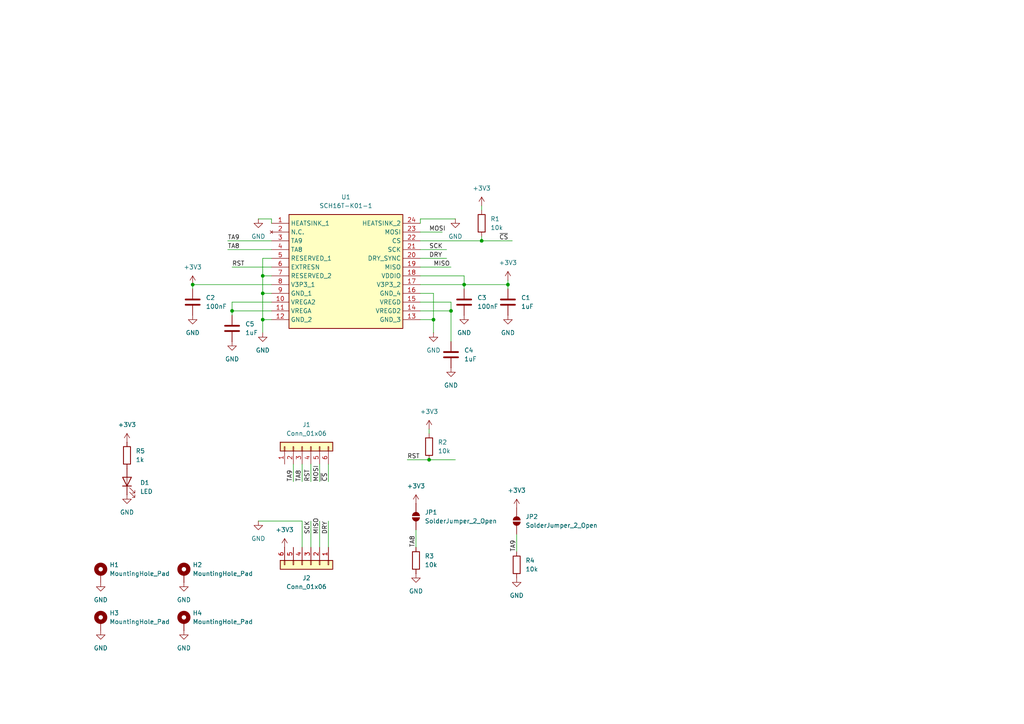
<source format=kicad_sch>
(kicad_sch (version 20250114) (generator "eeschema") (generator_version "9.0")
  (paper "A4")
  (lib_symbols
    (symbol "Connector_Generic:Conn_01x06" (pin_names (offset 1.016) (hide yes))
      (property "Reference" "J" (at 0 7.62 0))
      (property "Value" "Conn_01x06" (at 0 -10.16 0))
      (symbol "Conn_01x06_1_1"
        (rectangle (start -1.27 6.35) (end 1.27 -8.89) (stroke (width 0.254)) (fill (type background)))
        (rectangle (start -1.27 5.207) (end 0 4.953) (stroke (width 0.1524)))
        (rectangle (start -1.27 2.667) (end 0 2.413) (stroke (width 0.1524)))
        (rectangle (start -1.27 0.127) (end 0 -0.127) (stroke (width 0.1524)))
        (rectangle (start -1.27 -2.413) (end 0 -2.667) (stroke (width 0.1524)))
        (rectangle (start -1.27 -4.953) (end 0 -5.207) (stroke (width 0.1524)))
        (rectangle (start -1.27 -7.493) (end 0 -7.747) (stroke (width 0.1524)))
        (pin passive line (at -5.08 5.08 0) (length 3.81) (name "Pin_1") (number "1"))
        (pin passive line (at -5.08 2.54 0) (length 3.81) (name "Pin_2") (number "2"))
        (pin passive line (at -5.08 0 0) (length 3.81) (name "Pin_3") (number "3"))
        (pin passive line (at -5.08 -2.54 0) (length 3.81) (name "Pin_4") (number "4"))
        (pin passive line (at -5.08 -5.08 0) (length 3.81) (name "Pin_5") (number "5"))
        (pin passive line (at -5.08 -7.62 0) (length 3.81) (name "Pin_6") (number "6"))
      )
    )
    (symbol "Device:C" (pin_numbers (hide yes)) (pin_names (offset 0.254))
      (property "Reference" "C" (at 0.635 2.54 0))
      (property "Value" "C" (at 0.635 -2.54 0))
      (symbol "C_0_1"
        (polyline (pts (xy -2.032 0.762) (xy 2.032 0.762)) (stroke (width 0.508)))
        (polyline (pts (xy -2.032 -0.762) (xy 2.032 -0.762)) (stroke (width 0.508)))
      )
      (symbol "C_1_1"
        (pin passive line (at 0 3.81 270) (length 2.794) (name "~") (number "1"))
        (pin passive line (at 0 -3.81 90) (length 2.794) (name "~") (number "2"))
      )
    )
    (symbol "Device:LED" (pin_numbers (hide yes)) (pin_names (offset 1.016) (hide yes))
      (property "Reference" "D" (at 0 2.54 0))
      (property "Value" "LED" (at 0 -2.54 0))
      (symbol "LED_0_1"
        (polyline (pts (xy -3.048 -0.762) (xy -4.572 -2.286) (xy -3.81 -2.286) (xy -4.572 -2.286) (xy -4.572 -1.524)))
        (polyline (pts (xy -1.778 -0.762) (xy -3.302 -2.286) (xy -2.54 -2.286) (xy -3.302 -2.286) (xy -3.302 -1.524)))
        (polyline (pts (xy -1.27 0) (xy 1.27 0)))
        (polyline (pts (xy -1.27 -1.27) (xy -1.27 1.27)) (stroke (width 0.254)))
        (polyline (pts (xy 1.27 -1.27) (xy 1.27 1.27) (xy -1.27 0) (xy 1.27 -1.27)) (stroke (width 0.254)))
      )
      (symbol "LED_1_1"
        (pin passive line (at -3.81 0 0) (length 2.54) (name "K") (number "1"))
        (pin passive line (at 3.81 0 180) (length 2.54) (name "A") (number "2"))
      )
    )
    (symbol "Device:R" (pin_numbers (hide yes)) (pin_names (offset 0))
      (property "Reference" "R" (at 2.032 0 90))
      (property "Value" "R" (at 0 0 90))
      (symbol "R_0_1"
        (rectangle (start -1.016 -2.54) (end 1.016 2.54) (stroke (width 0.254)))
      )
      (symbol "R_1_1"
        (pin passive line (at 0 3.81 270) (length 1.27) (name "~") (number "1"))
        (pin passive line (at 0 -3.81 90) (length 1.27) (name "~") (number "2"))
      )
    )
    (symbol "FCU2025:SCH16T-K01-1"
      (property "Reference" "U" (at 39.37 7.62 0))
      (property "Value" "SCH16T-K01-1" (at 39.37 5.08 0))
      (symbol "SCH16T-K01-1_1_1"
        (rectangle (start 5.08 2.54) (end 38.1 -30.48) (stroke (width 0.254)) (fill (type background)))
        (pin passive line (at 0 0 0) (length 5.08) (name "HEATSINK_1") (number "1"))
        (pin no_connect line (at 0 -2.54 0) (length 5.08) (name "N.C.") (number "2"))
        (pin passive line (at 0 -5.08 0) (length 5.08) (name "TA9") (number "3"))
        (pin passive line (at 0 -7.62 0) (length 5.08) (name "TA8") (number "4"))
        (pin passive line (at 0 -10.16 0) (length 5.08) (name "RESERVED_1") (number "5"))
        (pin passive line (at 0 -12.7 0) (length 5.08) (name "EXTRESN") (number "6"))
        (pin passive line (at 0 -15.24 0) (length 5.08) (name "RESERVED_2") (number "7"))
        (pin passive line (at 0 -17.78 0) (length 5.08) (name "V3P3_1") (number "8"))
        (pin passive line (at 0 -20.32 0) (length 5.08) (name "GND_1") (number "9"))
        (pin passive line (at 0 -22.86 0) (length 5.08) (name "VREGA2") (number "10"))
        (pin passive line (at 0 -25.4 0) (length 5.08) (name "VREGA") (number "11"))
        (pin passive line (at 0 -27.94 0) (length 5.08) (name "GND_2") (number "12"))
        (pin passive line (at 43.18 0 180) (length 5.08) (name "HEATSINK_2") (number "24"))
        (pin passive line (at 43.18 -2.54 180) (length 5.08) (name "MOSI") (number "23"))
        (pin passive line (at 43.18 -5.08 180) (length 5.08) (name "CS") (number "22"))
        (pin passive line (at 43.18 -7.62 180) (length 5.08) (name "SCK") (number "21"))
        (pin passive line (at 43.18 -10.16 180) (length 5.08) (name "DRY_SYNC") (number "20"))
        (pin passive line (at 43.18 -12.7 180) (length 5.08) (name "MISO") (number "19"))
        (pin passive line (at 43.18 -15.24 180) (length 5.08) (name "VDDIO") (number "18"))
        (pin passive line (at 43.18 -17.78 180) (length 5.08) (name "V3P3_2") (number "17"))
        (pin passive line (at 43.18 -20.32 180) (length 5.08) (name "GND_4") (number "16"))
        (pin passive line (at 43.18 -22.86 180) (length 5.08) (name "VREGD") (number "15"))
        (pin passive line (at 43.18 -25.4 180) (length 5.08) (name "VREGD2") (number "14"))
        (pin passive line (at 43.18 -27.94 180) (length 5.08) (name "GND_3") (number "13"))
      )
    )
    (symbol "Jumper:SolderJumper_2_Open" (pin_numbers (hide yes)) (pin_names (offset 0) (hide yes)) (in_bom no)
      (property "Reference" "JP" (at 0 2.032 0))
      (property "Value" "SolderJumper_2_Open" (at 0 -2.54 0))
      (symbol "SolderJumper_2_Open_0_1"
        (polyline (pts (xy -0.254 1.016) (xy -0.254 -1.016)))
        (arc (start -0.254 -1.016) (mid -1.2656 0) (end -0.254 1.016))
        (arc (start -0.254 -1.016) (mid -1.2656 0) (end -0.254 1.016) (fill (type outline)))
        (arc (start 0.254 1.016) (mid 1.2656 0) (end 0.254 -1.016))
        (arc (start 0.254 1.016) (mid 1.2656 0) (end 0.254 -1.016) (fill (type outline)))
        (polyline (pts (xy 0.254 1.016) (xy 0.254 -1.016)))
      )
      (symbol "SolderJumper_2_Open_1_1"
        (pin passive line (at -3.81 0 0) (length 2.54) (name "A") (number "1"))
        (pin passive line (at 3.81 0 180) (length 2.54) (name "B") (number "2"))
      )
    )
    (symbol "Mechanical:MountingHole_Pad" (pin_numbers (hide yes)) (pin_names (offset 1.016) (hide yes)) (in_bom no)
      (property "Reference" "H" (at 0 6.35 0))
      (property "Value" "MountingHole_Pad" (at 0 4.445 0))
      (symbol "MountingHole_Pad_0_1"
        (circle (center 0 1.27) (radius 1.27) (stroke (width 1.27)))
      )
      (symbol "MountingHole_Pad_1_1"
        (pin input line (at 0 -2.54 90) (length 2.54) (name "1") (number "1"))
      )
    )
    (symbol "power:+3V3" (power) (pin_numbers (hide yes)) (pin_names (offset 0) (hide yes))
      (property "Value" "+3V3" (at 0 3.556 0))
      (symbol "+3V3_0_1"
        (polyline (pts (xy -0.762 1.27) (xy 0 2.54)))
        (polyline (pts (xy 0 2.54) (xy 0.762 1.27)))
        (polyline (pts (xy 0 0) (xy 0 2.54)))
      )
      (symbol "+3V3_1_1"
        (pin power_in line (at 0 0 90) (length 0) (name "~") (number "1"))
      )
    )
    (symbol "power:GND" (power) (pin_numbers (hide yes)) (pin_names (offset 0) (hide yes))
      (property "Value" "GND" (at 0 -3.81 0))
      (symbol "GND_0_1"
        (polyline (pts (xy 0 0) (xy 0 -1.27) (xy 1.27 -1.27) (xy 0 -2.54) (xy -1.27 -1.27) (xy 0 -1.27)))
      )
      (symbol "GND_1_1"
        (pin power_in line (at 0 0 270) (length 0) (name "~") (number "1"))
      )
    )
  )
  (junction (at 134.62 82.55))
  (junction (at 139.7 69.85))
  (junction (at 76.2 92.71))
  (junction (at 125.73 92.71))
  (junction (at 130.81 90.17))
  (junction (at 67.31 90.17))
  (junction (at 124.46 133.35))
  (junction (at 76.2 85.09))
  (junction (at 147.32 82.55))
  (junction (at 76.2 80.01))
  (junction (at 55.88 82.55))
  (wire (pts (xy 76.2 92.71) (xy 76.2 96.52)))
  (wire (pts (xy 149.86 154.94) (xy 149.86 160.02)))
  (wire (pts (xy 76.2 74.93) (xy 78.74 74.93)))
  (wire (pts (xy 134.62 80.01) (xy 134.62 82.55)))
  (wire (pts (xy 67.31 90.17) (xy 67.31 91.44)))
  (wire (pts (xy 121.92 67.31) (xy 128.27 67.31)))
  (wire (pts (xy 76.2 85.09) (xy 76.2 92.71)))
  (wire (pts (xy 90.17 134.62) (xy 90.17 139.7)))
  (wire (pts (xy 139.7 59.69) (xy 139.7 60.96)))
  (wire (pts (xy 147.32 83.82) (xy 147.32 82.55)))
  (wire (pts (xy 76.2 80.01) (xy 76.2 85.09)))
  (wire (pts (xy 78.74 63.5) (xy 78.74 64.77)))
  (wire (pts (xy 87.63 151.13) (xy 74.93 151.13)))
  (wire (pts (xy 66.04 72.39) (xy 78.74 72.39)))
  (wire (pts (xy 78.74 85.09) (xy 76.2 85.09)))
  (wire (pts (xy 124.46 133.35) (xy 132.08 133.35)))
  (wire (pts (xy 67.31 77.47) (xy 78.74 77.47)))
  (wire (pts (xy 134.62 82.55) (xy 134.62 83.82)))
  (wire (pts (xy 121.92 77.47) (xy 130.81 77.47)))
  (wire (pts (xy 139.7 68.58) (xy 139.7 69.85)))
  (wire (pts (xy 147.32 81.28) (xy 147.32 82.55)))
  (wire (pts (xy 121.92 63.5) (xy 121.92 64.77)))
  (wire (pts (xy 139.7 69.85) (xy 148.59 69.85)))
  (wire (pts (xy 95.25 151.13) (xy 95.25 158.75)))
  (wire (pts (xy 92.71 134.62) (xy 92.71 139.7)))
  (wire (pts (xy 124.46 124.46) (xy 124.46 125.73)))
  (wire (pts (xy 121.92 74.93) (xy 129.54 74.93)))
  (wire (pts (xy 76.2 80.01) (xy 76.2 74.93)))
  (wire (pts (xy 121.92 72.39) (xy 129.54 72.39)))
  (wire (pts (xy 67.31 87.63) (xy 67.31 90.17)))
  (wire (pts (xy 55.88 82.55) (xy 78.74 82.55)))
  (wire (pts (xy 92.71 151.13) (xy 92.71 158.75)))
  (wire (pts (xy 55.88 82.55) (xy 55.88 83.82)))
  (wire (pts (xy 78.74 87.63) (xy 67.31 87.63)))
  (wire (pts (xy 76.2 80.01) (xy 78.74 80.01)))
  (wire (pts (xy 120.65 153.67) (xy 120.65 158.75)))
  (wire (pts (xy 87.63 158.75) (xy 87.63 151.13)))
  (wire (pts (xy 121.92 80.01) (xy 134.62 80.01)))
  (wire (pts (xy 118.11 133.35) (xy 124.46 133.35)))
  (wire (pts (xy 121.92 69.85) (xy 139.7 69.85)))
  (wire (pts (xy 125.73 92.71) (xy 121.92 92.71)))
  (wire (pts (xy 67.31 90.17) (xy 78.74 90.17)))
  (wire (pts (xy 125.73 96.52) (xy 125.73 92.71)))
  (wire (pts (xy 130.81 87.63) (xy 130.81 90.17)))
  (wire (pts (xy 90.17 151.13) (xy 90.17 158.75)))
  (wire (pts (xy 66.04 69.85) (xy 78.74 69.85)))
  (wire (pts (xy 87.63 134.62) (xy 87.63 139.7)))
  (wire (pts (xy 121.92 85.09) (xy 125.73 85.09)))
  (wire (pts (xy 121.92 63.5) (xy 132.08 63.5)))
  (wire (pts (xy 74.93 63.5) (xy 78.74 63.5)))
  (wire (pts (xy 121.92 82.55) (xy 134.62 82.55)))
  (wire (pts (xy 125.73 85.09) (xy 125.73 92.71)))
  (wire (pts (xy 130.81 90.17) (xy 130.81 99.06)))
  (wire (pts (xy 95.25 134.62) (xy 95.25 139.7)))
  (wire (pts (xy 134.62 82.55) (xy 147.32 82.55)))
  (wire (pts (xy 121.92 90.17) (xy 130.81 90.17)))
  (wire (pts (xy 121.92 87.63) (xy 130.81 87.63)))
  (wire (pts (xy 85.09 134.62) (xy 85.09 139.7)))
  (wire (pts (xy 78.74 92.71) (xy 76.2 92.71)))
  (label "RST" (at 90.17 139.7 90))
  (label "RST" (at 67.31 77.47 0))
  (label "TA8" (at 120.65 158.75 90))
  (label "TA9" (at 85.09 139.7 90))
  (label "TA8" (at 87.63 139.7 90))
  (label "MOSI" (at 92.71 139.7 90))
  (label "SCK" (at 124.46 72.39 0))
  (label "SCK" (at 90.17 154.94 90))
  (label "DRY" (at 124.46 74.93 0))
  (label "MISO" (at 125.73 77.47 0))
  (label "~{CS}" (at 144.78 69.85 0))
  (label "TA9" (at 66.04 69.85 0))
  (label "TA8" (at 66.04 72.39 0))
  (label "~{CS}" (at 95.25 139.7 90))
  (label "RST" (at 118.11 133.35 0))
  (label "DRY" (at 95.25 154.94 90))
  (label "MOSI" (at 124.46 67.31 0))
  (label "TA9" (at 149.86 160.02 90))
  (label "MISO" (at 92.71 154.94 90))
  (symbol (lib_id "Device:R") (at 36.83 132.08 0) (unit 1)
    (property "Reference" "R5" (at 39.37 130.8099 0) (effects (justify left)))
    (property "Value" "1k" (at 39.37 133.3499 0) (effects (justify left)))
    (property "Footprint" "Resistor_SMD:R_0603_1608Metric" (effects (hide yes)))
    (property "Description" "Resistor" (effects (hide yes)))
  )
  (symbol (lib_id "power:+3V3") (at 82.55 158.75 0) (unit 1)
    (property "Reference" "#PWR01" (effects (hide yes)))
    (property "Value" "+3V3" (at 82.55 153.67 0))
    (property "Description" "Power symbol creates a global label with name \"+3V3\"" (effects (hide yes)))
  )
  (symbol (lib_id "power:GND") (at 132.08 63.5 0) (unit 1)
    (property "Reference" "#PWR06" (effects (hide yes)))
    (property "Value" "GND" (at 132.08 68.58 0))
    (property "Description" "Power symbol creates a global label with name \"GND\" , ground" (effects (hide yes)))
  )
  (symbol (lib_id "Device:C") (at 147.32 87.63 0) (unit 1)
    (property "Reference" "C1" (at 151.13 86.3599 0) (effects (justify left)))
    (property "Value" "1uF" (at 151.13 88.8999 0) (effects (justify left)))
    (property "Footprint" "Capacitor_SMD:C_0603_1608Metric" (effects (hide yes)))
    (property "Description" "Unpolarized capacitor" (effects (hide yes)))
  )
  (symbol (lib_id "power:+3V3") (at 139.7 59.69 0) (unit 1)
    (property "Reference" "#PWR07" (effects (hide yes)))
    (property "Value" "+3V3" (at 139.7 54.61 0))
    (property "Description" "Power symbol creates a global label with name \"+3V3\"" (effects (hide yes)))
  )
  (symbol (lib_id "power:GND") (at 74.93 63.5 0) (unit 1)
    (property "Reference" "#PWR05" (effects (hide yes)))
    (property "Value" "GND" (at 74.93 68.58 0))
    (property "Description" "Power symbol creates a global label with name \"GND\" , ground" (effects (hide yes)))
  )
  (symbol (lib_id "power:GND") (at 53.34 168.91 0) (unit 1)
    (property "Reference" "#PWR023" (effects (hide yes)))
    (property "Value" "GND" (at 53.34 173.99 0))
    (property "Description" "Power symbol creates a global label with name \"GND\" , ground" (effects (hide yes)))
  )
  (symbol (lib_id "power:GND") (at 74.93 151.13 0) (unit 1)
    (property "Reference" "#PWR02" (effects (hide yes)))
    (property "Value" "GND" (at 74.93 156.21 0))
    (property "Description" "Power symbol creates a global label with name \"GND\" , ground" (effects (hide yes)))
  )
  (symbol (lib_id "Mechanical:MountingHole_Pad") (at 53.34 166.37 0) (unit 1) (in_bom no)
    (property "Reference" "H2" (at 55.88 163.8299 0) (effects (justify left)))
    (property "Value" "MountingHole_Pad" (at 55.88 166.3699 0) (effects (justify left)))
    (property "Footprint" "MountingHole:MountingHole_2.2mm_M2_ISO7380_Pad" (effects (hide yes)))
    (property "Description" "Mounting Hole with connection" (effects (hide yes)))
  )
  (symbol (lib_id "power:+3V3") (at 36.83 128.27 0) (unit 1)
    (property "Reference" "#PWR020" (effects (hide yes)))
    (property "Value" "+3V3" (at 36.83 123.19 0))
    (property "Description" "Power symbol creates a global label with name \"+3V3\"" (effects (hide yes)))
  )
  (symbol (lib_id "power:+3V3") (at 120.65 146.05 0) (unit 1)
    (property "Reference" "#PWR018" (effects (hide yes)))
    (property "Value" "+3V3" (at 120.65 140.97 0))
    (property "Description" "Power symbol creates a global label with name \"+3V3\"" (effects (hide yes)))
  )
  (symbol (lib_id "Jumper:SolderJumper_2_Open") (at 120.65 149.86 90) (unit 1) (in_bom no)
    (property "Reference" "JP1" (at 123.19 148.5899 90) (effects (justify right)))
    (property "Value" "SolderJumper_2_Open" (at 123.19 151.1299 90) (effects (justify right)))
    (property "Footprint" "Jumper:SolderJumper-2_P1.3mm_Open_TrianglePad1.0x1.5mm" (effects (hide yes)))
    (property "Description" "Solder Jumper, 2-pole, open" (effects (hide yes)))
  )
  (symbol (lib_id "power:GND") (at 29.21 168.91 0) (unit 1)
    (property "Reference" "#PWR022" (effects (hide yes)))
    (property "Value" "GND" (at 29.21 173.99 0))
    (property "Description" "Power symbol creates a global label with name \"GND\" , ground" (effects (hide yes)))
  )
  (symbol (lib_id "Device:R") (at 120.65 162.56 0) (unit 1)
    (property "Reference" "R3" (at 123.19 161.2899 0) (effects (justify left)))
    (property "Value" "10k" (at 123.19 163.8299 0) (effects (justify left)))
    (property "Footprint" "Resistor_SMD:R_0603_1608Metric" (effects (hide yes)))
    (property "Description" "Resistor" (effects (hide yes)))
  )
  (symbol (lib_id "Connector_Generic:Conn_01x06") (at 90.17 163.83 270) (unit 1)
    (property "Reference" "J2" (at 88.9 167.64 90))
    (property "Value" "Conn_01x06" (at 88.9 170.18 90))
    (property "Footprint" "Connector_PinHeader_2.54mm:PinHeader_1x06_P2.54mm_Vertical" (effects (hide yes)))
    (property "Description" "Generic connector, single row, 01x06, script generated (kicad-library-utils/schlib/autogen/connector/)" (effects (hide yes)))
  )
  (symbol (lib_id "power:GND") (at 149.86 167.64 0) (unit 1)
    (property "Reference" "#PWR016" (effects (hide yes)))
    (property "Value" "GND" (at 149.86 172.72 0))
    (property "Description" "Power symbol creates a global label with name \"GND\" , ground" (effects (hide yes)))
  )
  (symbol (lib_id "Device:R") (at 139.7 64.77 0) (unit 1)
    (property "Reference" "R1" (at 142.24 63.4999 0) (effects (justify left)))
    (property "Value" "10k" (at 142.24 66.0399 0) (effects (justify left)))
    (property "Footprint" "Resistor_SMD:R_0603_1608Metric" (effects (hide yes)))
    (property "Description" "Resistor" (effects (hide yes)))
  )
  (symbol (lib_id "FCU2025:SCH16T-K01-1") (at 78.74 64.77 0) (unit 1)
    (property "Reference" "U1" (at 100.33 57.15 0))
    (property "Value" "SCH16T-K01-1" (at 100.33 59.69 0))
    (property "Footprint" "FCU2025Lib:SCH16TK011" (effects (hide yes)))
    (property "Datasheet" "https://www.murata.com/-/media/webrenewal/products/sensor/pdf/datasheet/datasheet-sch16t-series-short.ashx?la=en-us&cvid=20240110024121000000" (effects (hide yes)))
    (property "Description" "Gyroscopes 6-DOF XYZ-Axis gyroscope 300deg/s and XYZ-Axis accelerometer 8g (26g)" (effects (hide yes)))
    (property "Height" "3" (effects (hide yes)))
    (property "Mouser Part Number" "81-SCH16T-K01-1" (effects (hide yes)))
    (property "Mouser Price/Stock" "https://www.mouser.co.uk/ProductDetail/Murata-Electronics/SCH16T-K01-1?qs=HFfMDpzxxd0hctvcENbFhg%3D%3D" (effects (hide yes)))
    (property "Manufacturer_Name" "Murata Electronics" (effects (hide yes)))
    (property "Manufacturer_Part_Number" "SCH16T-K01-1" (effects (hide yes)))
  )
  (symbol (lib_id "Device:R") (at 149.86 163.83 0) (unit 1)
    (property "Reference" "R4" (at 152.4 162.5599 0) (effects (justify left)))
    (property "Value" "10k" (at 152.4 165.0999 0) (effects (justify left)))
    (property "Footprint" "Resistor_SMD:R_0603_1608Metric" (effects (hide yes)))
    (property "Description" "Resistor" (effects (hide yes)))
  )
  (symbol (lib_id "power:GND") (at 147.32 91.44 0) (unit 1)
    (property "Reference" "#PWR010" (effects (hide yes)))
    (property "Value" "GND" (at 147.32 96.52 0))
    (property "Description" "Power symbol creates a global label with name \"GND\" , ground" (effects (hide yes)))
  )
  (symbol (lib_id "power:GND") (at 76.2 96.52 0) (unit 1)
    (property "Reference" "#PWR03" (effects (hide yes)))
    (property "Value" "GND" (at 76.2 101.6 0))
    (property "Description" "Power symbol creates a global label with name \"GND\" , ground" (effects (hide yes)))
  )
  (symbol (lib_id "Connector_Generic:Conn_01x06") (at 87.63 129.54 90) (unit 1)
    (property "Reference" "J1" (at 88.9 123.19 90))
    (property "Value" "Conn_01x06" (at 88.9 125.73 90))
    (property "Footprint" "Connector_PinHeader_2.54mm:PinHeader_1x06_P2.54mm_Vertical" (effects (hide yes)))
    (property "Description" "Generic connector, single row, 01x06, script generated (kicad-library-utils/schlib/autogen/connector/)" (effects (hide yes)))
  )
  (symbol (lib_id "Jumper:SolderJumper_2_Open") (at 149.86 151.13 90) (unit 1) (in_bom no)
    (property "Reference" "JP2" (at 152.4 149.8599 90) (effects (justify right)))
    (property "Value" "SolderJumper_2_Open" (at 152.4 152.3999 90) (effects (justify right)))
    (property "Footprint" "Jumper:SolderJumper-2_P1.3mm_Open_TrianglePad1.0x1.5mm" (effects (hide yes)))
    (property "Description" "Solder Jumper, 2-pole, open" (effects (hide yes)))
  )
  (symbol (lib_id "Mechanical:MountingHole_Pad") (at 29.21 166.37 0) (unit 1) (in_bom no)
    (property "Reference" "H1" (at 31.75 163.8299 0) (effects (justify left)))
    (property "Value" "MountingHole_Pad" (at 31.75 166.3699 0) (effects (justify left)))
    (property "Footprint" "MountingHole:MountingHole_2.2mm_M2_ISO7380_Pad" (effects (hide yes)))
    (property "Description" "Mounting Hole with connection" (effects (hide yes)))
  )
  (symbol (lib_id "Device:R") (at 124.46 129.54 0) (unit 1)
    (property "Reference" "R2" (at 127 128.2699 0) (effects (justify left)))
    (property "Value" "10k" (at 127 130.8099 0) (effects (justify left)))
    (property "Footprint" "Resistor_SMD:R_0603_1608Metric" (effects (hide yes)))
    (property "Description" "Resistor" (effects (hide yes)))
  )
  (symbol (lib_id "power:+3V3") (at 147.32 81.28 0) (unit 1)
    (property "Reference" "#PWR08" (effects (hide yes)))
    (property "Value" "+3V3" (at 147.32 76.2 0))
    (property "Description" "Power symbol creates a global label with name \"+3V3\"" (effects (hide yes)))
  )
  (symbol (lib_id "power:+3V3") (at 149.86 147.32 0) (unit 1)
    (property "Reference" "#PWR019" (effects (hide yes)))
    (property "Value" "+3V3" (at 149.86 142.24 0))
    (property "Description" "Power symbol creates a global label with name \"+3V3\"" (effects (hide yes)))
  )
  (symbol (lib_id "power:GND") (at 134.62 91.44 0) (unit 1)
    (property "Reference" "#PWR012" (effects (hide yes)))
    (property "Value" "GND" (at 134.62 96.52 0))
    (property "Description" "Power symbol creates a global label with name \"GND\" , ground" (effects (hide yes)))
  )
  (symbol (lib_id "power:GND") (at 55.88 91.44 0) (unit 1)
    (property "Reference" "#PWR011" (effects (hide yes)))
    (property "Value" "GND" (at 55.88 96.52 0))
    (property "Description" "Power symbol creates a global label with name \"GND\" , ground" (effects (hide yes)))
  )
  (symbol (lib_id "Device:C") (at 134.62 87.63 0) (unit 1)
    (property "Reference" "C3" (at 138.43 86.3599 0) (effects (justify left)))
    (property "Value" "100nF" (at 138.43 88.8999 0) (effects (justify left)))
    (property "Footprint" "Capacitor_SMD:C_0603_1608Metric" (effects (hide yes)))
    (property "Description" "Unpolarized capacitor" (effects (hide yes)))
  )
  (symbol (lib_id "power:GND") (at 125.73 96.52 0) (unit 1)
    (property "Reference" "#PWR04" (effects (hide yes)))
    (property "Value" "GND" (at 125.73 101.6 0))
    (property "Description" "Power symbol creates a global label with name \"GND\" , ground" (effects (hide yes)))
  )
  (symbol (lib_id "power:+3V3") (at 124.46 124.46 0) (unit 1)
    (property "Reference" "#PWR015" (effects (hide yes)))
    (property "Value" "+3V3" (at 124.46 119.38 0))
    (property "Description" "Power symbol creates a global label with name \"+3V3\"" (effects (hide yes)))
  )
  (symbol (lib_id "power:GND") (at 36.83 143.51 0) (unit 1)
    (property "Reference" "#PWR021" (effects (hide yes)))
    (property "Value" "GND" (at 36.83 148.59 0))
    (property "Description" "Power symbol creates a global label with name \"GND\" , ground" (effects (hide yes)))
  )
  (symbol (lib_id "power:GND") (at 53.34 182.88 0) (unit 1)
    (property "Reference" "#PWR025" (effects (hide yes)))
    (property "Value" "GND" (at 53.34 187.96 0))
    (property "Description" "Power symbol creates a global label with name \"GND\" , ground" (effects (hide yes)))
  )
  (symbol (lib_id "Device:C") (at 55.88 87.63 0) (unit 1)
    (property "Reference" "C2" (at 59.69 86.3599 0) (effects (justify left)))
    (property "Value" "100nF" (at 59.69 88.8999 0) (effects (justify left)))
    (property "Footprint" "Capacitor_SMD:C_0603_1608Metric" (effects (hide yes)))
    (property "Description" "Unpolarized capacitor" (effects (hide yes)))
  )
  (symbol (lib_id "power:+3V3") (at 55.88 82.55 0) (unit 1)
    (property "Reference" "#PWR09" (effects (hide yes)))
    (property "Value" "+3V3" (at 55.88 77.47 0))
    (property "Description" "Power symbol creates a global label with name \"+3V3\"" (effects (hide yes)))
  )
  (symbol (lib_id "Mechanical:MountingHole_Pad") (at 53.34 180.34 0) (unit 1) (in_bom no)
    (property "Reference" "H4" (at 55.88 177.7999 0) (effects (justify left)))
    (property "Value" "MountingHole_Pad" (at 55.88 180.3399 0) (effects (justify left)))
    (property "Footprint" "MountingHole:MountingHole_2.2mm_M2_ISO7380_Pad" (effects (hide yes)))
    (property "Description" "Mounting Hole with connection" (effects (hide yes)))
  )
  (symbol (lib_id "power:GND") (at 120.65 166.37 0) (unit 1)
    (property "Reference" "#PWR017" (effects (hide yes)))
    (property "Value" "GND" (at 120.65 171.45 0))
    (property "Description" "Power symbol creates a global label with name \"GND\" , ground" (effects (hide yes)))
  )
  (symbol (lib_id "Mechanical:MountingHole_Pad") (at 29.21 180.34 0) (unit 1) (in_bom no)
    (property "Reference" "H3" (at 31.75 177.7999 0) (effects (justify left)))
    (property "Value" "MountingHole_Pad" (at 31.75 180.3399 0) (effects (justify left)))
    (property "Footprint" "MountingHole:MountingHole_2.2mm_M2_ISO7380_Pad" (effects (hide yes)))
    (property "Description" "Mounting Hole with connection" (effects (hide yes)))
  )
  (symbol (lib_id "Device:C") (at 130.81 102.87 0) (unit 1)
    (property "Reference" "C4" (at 134.62 101.5999 0) (effects (justify left)))
    (property "Value" "1uF" (at 134.62 104.1399 0) (effects (justify left)))
    (property "Footprint" "Capacitor_SMD:C_0603_1608Metric" (effects (hide yes)))
    (property "Description" "Unpolarized capacitor" (effects (hide yes)))
  )
  (symbol (lib_id "power:GND") (at 130.81 106.68 0) (unit 1)
    (property "Reference" "#PWR013" (effects (hide yes)))
    (property "Value" "GND" (at 130.81 111.76 0))
    (property "Description" "Power symbol creates a global label with name \"GND\" , ground" (effects (hide yes)))
  )
  (symbol (lib_id "Device:C") (at 67.31 95.25 0) (unit 1)
    (property "Reference" "C5" (at 71.12 93.9799 0) (effects (justify left)))
    (property "Value" "1uF" (at 71.12 96.5199 0) (effects (justify left)))
    (property "Footprint" "Capacitor_SMD:C_0603_1608Metric" (effects (hide yes)))
    (property "Description" "Unpolarized capacitor" (effects (hide yes)))
  )
  (symbol (lib_id "Device:LED") (at 36.83 139.7 90) (unit 1)
    (property "Reference" "D1" (at 40.64 140.0174 90) (effects (justify right)))
    (property "Value" "LED" (at 40.64 142.5574 90) (effects (justify right)))
    (property "Footprint" "LED_SMD:LED_0603_1608Metric" (effects (hide yes)))
    (property "Description" "Light emitting diode" (effects (hide yes)))
    (property "Sim.Pins" "1=K 2=A" (effects (hide yes)))
  )
  (symbol (lib_id "power:GND") (at 29.21 182.88 0) (unit 1)
    (property "Reference" "#PWR024" (effects (hide yes)))
    (property "Value" "GND" (at 29.21 187.96 0))
    (property "Description" "Power symbol creates a global label with name \"GND\" , ground" (effects (hide yes)))
  )
  (symbol (lib_id "power:GND") (at 67.31 99.06 0) (unit 1)
    (property "Reference" "#PWR014" (effects (hide yes)))
    (property "Value" "GND" (at 67.31 104.14 0))
    (property "Description" "Power symbol creates a global label with name \"GND\" , ground" (effects (hide yes)))
  )
)
</source>
